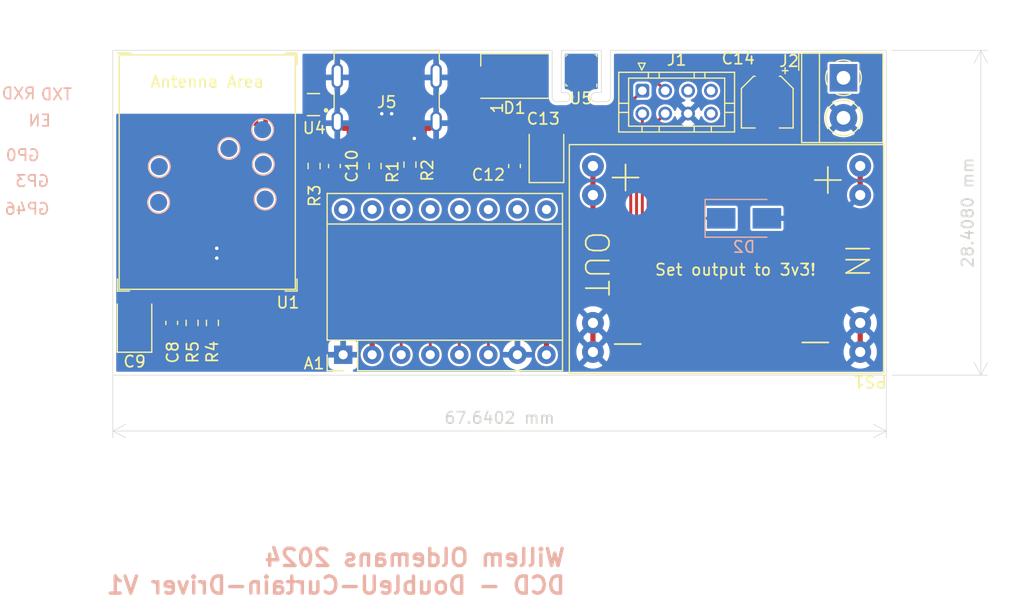
<source format=kicad_pcb>
(kicad_pcb
	(version 20240108)
	(generator "pcbnew")
	(generator_version "8.0")
	(general
		(thickness 1.6)
		(legacy_teardrops no)
	)
	(paper "A4")
	(layers
		(0 "F.Cu" signal)
		(31 "B.Cu" signal)
		(32 "B.Adhes" user "B.Adhesive")
		(33 "F.Adhes" user "F.Adhesive")
		(34 "B.Paste" user)
		(35 "F.Paste" user)
		(36 "B.SilkS" user "B.Silkscreen")
		(37 "F.SilkS" user "F.Silkscreen")
		(38 "B.Mask" user)
		(39 "F.Mask" user)
		(40 "Dwgs.User" user "User.Drawings")
		(41 "Cmts.User" user "User.Comments")
		(42 "Eco1.User" user "User.Eco1")
		(43 "Eco2.User" user "User.Eco2")
		(44 "Edge.Cuts" user)
		(45 "Margin" user)
		(46 "B.CrtYd" user "B.Courtyard")
		(47 "F.CrtYd" user "F.Courtyard")
		(48 "B.Fab" user)
		(49 "F.Fab" user)
		(50 "User.1" user)
		(51 "User.2" user)
		(52 "User.3" user)
		(53 "User.4" user)
		(54 "User.5" user)
		(55 "User.6" user)
		(56 "User.7" user)
		(57 "User.8" user)
		(58 "User.9" user)
	)
	(setup
		(pad_to_mask_clearance 0)
		(allow_soldermask_bridges_in_footprints no)
		(pcbplotparams
			(layerselection 0x00010fc_ffffffff)
			(plot_on_all_layers_selection 0x0000000_00000000)
			(disableapertmacros no)
			(usegerberextensions no)
			(usegerberattributes yes)
			(usegerberadvancedattributes yes)
			(creategerberjobfile yes)
			(dashed_line_dash_ratio 12.000000)
			(dashed_line_gap_ratio 3.000000)
			(svgprecision 4)
			(plotframeref no)
			(viasonmask no)
			(mode 1)
			(useauxorigin no)
			(hpglpennumber 1)
			(hpglpenspeed 20)
			(hpglpendiameter 15.000000)
			(pdf_front_fp_property_popups yes)
			(pdf_back_fp_property_popups yes)
			(dxfpolygonmode yes)
			(dxfimperialunits yes)
			(dxfusepcbnewfont yes)
			(psnegative no)
			(psa4output no)
			(plotreference yes)
			(plotvalue yes)
			(plotfptext yes)
			(plotinvisibletext no)
			(sketchpadsonfab no)
			(subtractmaskfromsilk no)
			(outputformat 1)
			(mirror no)
			(drillshape 1)
			(scaleselection 1)
			(outputdirectory "")
		)
	)
	(net 0 "")
	(net 1 "/STEP_STP")
	(net 2 "GND")
	(net 3 "/STEP_1A")
	(net 4 "/STEP_EN")
	(net 5 "+3V3")
	(net 6 "unconnected-(D1-DOUT-Pad1)")
	(net 7 "/LED_DATA")
	(net 8 "/STEP_1B")
	(net 9 "/STEP_2A")
	(net 10 "/ENC_1B")
	(net 11 "/ENC_1A")
	(net 12 "unconnected-(A1-MS2-Pad11)")
	(net 13 "/STEP_RST")
	(net 14 "/STEP_2B")
	(net 15 "unconnected-(A1-MS3-Pad12)")
	(net 16 "/STEP_DIR")
	(net 17 "/STEP_SLEEP")
	(net 18 "unconnected-(A1-MS1-Pad10)")
	(net 19 "/USB_N")
	(net 20 "/USB_P")
	(net 21 "+12V")
	(net 22 "/HAL_PULSE")
	(net 23 "/HAL_DIR")
	(net 24 "VBUS")
	(net 25 "unconnected-(U1-IO8-Pad12)")
	(net 26 "unconnected-(U1-IO9-Pad13)")
	(net 27 "unconnected-(U1-IO11-Pad15)")
	(net 28 "unconnected-(U1-IO40-Pad36)")
	(net 29 "unconnected-(U1-IO1-Pad5)")
	(net 30 "unconnected-(U1-IO41-Pad37)")
	(net 31 "unconnected-(U1-IO2-Pad6)")
	(net 32 "unconnected-(U1-IO13-Pad17)")
	(net 33 "unconnected-(U1-IO10-Pad14)")
	(net 34 "unconnected-(U1-IO5-Pad9)")
	(net 35 "unconnected-(U1-IO4-Pad8)")
	(net 36 "unconnected-(U1-IO36-Pad32)")
	(net 37 "/SDA")
	(net 38 "unconnected-(U1-IO26-Pad26)")
	(net 39 "/TXD")
	(net 40 "/SCL")
	(net 41 "unconnected-(U1-IO35-Pad31)")
	(net 42 "unconnected-(U1-IO48-Pad30)")
	(net 43 "/RXD")
	(net 44 "unconnected-(U1-IO34-Pad29)")
	(net 45 "/GPIO0")
	(net 46 "unconnected-(U1-IO39-Pad35)")
	(net 47 "unconnected-(U1-IO38-Pad34)")
	(net 48 "unconnected-(U1-IO47-Pad27)")
	(net 49 "unconnected-(U1-IO37-Pad33)")
	(net 50 "/GPIO46")
	(net 51 "unconnected-(U5-SDO-Pad5)")
	(net 52 "/GPIO3")
	(net 53 "unconnected-(U1-IO12-Pad16)")
	(net 54 "unconnected-(U1-IO45-Pad41)")
	(net 55 "/EN")
	(net 56 "unconnected-(U4-NC-Pad4)")
	(net 57 "unconnected-(U4-INT-Pad2)")
	(net 58 "unconnected-(U1-IO16-Pad20)")
	(net 59 "unconnected-(U1-IO17-Pad21)")
	(net 60 "unconnected-(U1-IO21-Pad25)")
	(net 61 "unconnected-(U1-IO18-Pad22)")
	(net 62 "unconnected-(U1-IO42-Pad38)")
	(net 63 "Net-(J5-CC2)")
	(net 64 "Net-(J5-CC1)")
	(net 65 "unconnected-(J5-SBU2-PadB8)")
	(net 66 "unconnected-(J5-SBU1-PadA8)")
	(footprint "TerminalBlock_4Ucon:TerminalBlock_4Ucon_1x02_P3.50mm_Horizontal" (layer "F.Cu") (at 140.2685 69.756 -90))
	(footprint "Connector_USB:USB_C_Receptacle_Molex_217179" (layer "F.Cu") (at 100.33 70.866 180))
	(footprint "Resistor_SMD:R_0603_1608Metric" (layer "F.Cu") (at 83.312 91.186 -90))
	(footprint "Capacitor_Tantalum_SMD:CP_EIA-3528-21_Kemet-B" (layer "F.Cu") (at 78.28 91.2875 90))
	(footprint "Resistor_SMD:R_0603_1608Metric" (layer "F.Cu") (at 85.09 91.186 -90))
	(footprint "Resistor_SMD:R_0603_1608Metric" (layer "F.Cu") (at 93.98 77.47 -90))
	(footprint "Capacitor_Tantalum_SMD:CP_EIA-3528-21_Kemet-B" (layer "F.Cu") (at 114.3 76.454 90))
	(footprint "Espressif:ESP32-S3-MINI-1" (layer "F.Cu") (at 84.64 80.55))
	(footprint "Capacitor_SMD:C_0603_1608Metric" (layer "F.Cu") (at 111.506 77.47 90))
	(footprint "LED_SMD:LED_SK6812MINI_PLCC4_3.5x3.5mm_P1.75mm" (layer "F.Cu") (at 111.506 69.596))
	(footprint "Package_LGA:Bosch_LGA-8_2.5x2.5mm_P0.65mm_ClockwisePinNumbering" (layer "F.Cu") (at 117.348 69.1 180))
	(footprint "Module:DCDC-WeActStudio 3v3 5A" (layer "F.Cu") (at 130.048 85.598 180))
	(footprint "OptoDevice:Ams_TSL25911FN" (layer "F.Cu") (at 93.9225 72.1 180))
	(footprint "Resistor_SMD:R_0603_1608Metric" (layer "F.Cu") (at 99.314 77.47 -90))
	(footprint "Resistor_SMD:R_0603_1608Metric" (layer "F.Cu") (at 102.362 77.343 90))
	(footprint "Module:Pololu_Breakout-16_15.2x20.3mm" (layer "F.Cu") (at 96.52 93.97 90))
	(footprint "Capacitor_SMD:CP_Elec_4x5.4" (layer "F.Cu") (at 133.604 71.882 -90))
	(footprint "Capacitor_SMD:C_0603_1608Metric" (layer "F.Cu") (at 95.758 77.47 90))
	(footprint "Connector_JST:JST_PHD_B8B-PHDSS_2x04_P2.00mm_Vertical" (layer "F.Cu") (at 122.682 70.882))
	(footprint "Capacitor_SMD:C_0603_1608Metric" (layer "F.Cu") (at 81.534 91.186 90))
	(footprint "TestPoint:TestPoint_Pad_D1.5mm" (layer "B.Cu") (at 89.7 80.36 180))
	(footprint "TestPoint:TestPoint_Pad_D1.5mm" (layer "B.Cu") (at 89.48 74.29 180))
	(footprint "TestPoint:TestPoint_Pad_D1.5mm" (layer "B.Cu") (at 80.39 80.65 180))
	(footprint "Diode_SMD:D_SMA" (layer "B.Cu") (at 131.572 82.042))
	(footprint "TestPoint:TestPoint_Pad_D1.5mm" (layer "B.Cu") (at 80.44 77.52 180))
	(footprint "TestPoint:TestPoint_Pad_D1.5mm" (layer "B.Cu") (at 89.54 77.31 180))
	(footprint "TestPoint:TestPoint_Pad_D1.5mm" (layer "B.Cu") (at 86.53 75.93 180))
	(gr_line
		(start 144.018 95.758)
		(end 144.018 67.35)
		(stroke
			(width 0.05)
			(type default)
		)
		(layer "Edge.Cuts")
		(uuid "0f7381b7-9019-412a-9444-8c5ab05ff073")
	)
	(gr_line
		(start 76.3778 95.758)
		(end 144.018 95.758)
		(stroke
			(width 0.05)
			(type default)
		)
		(layer "Edge.Cuts")
		(uuid "1662b304-e5c6-4323-91a8-01b4a835ff87")
	)
	(gr_arc
		(start 118.598 71.845135)
		(mid 118.197965 71.4451)
		(end 118.598 71.045135)
		(stroke
			(width 0.05)
			(type default)
		)
		(layer "Edge.Cuts")
		(uuid "4b7ee41c-be1c-401f-8f1b-c54600f5395c")
	)
	(gr_line
		(start 76.3778 95.758)
		(end 76.3778 67.35)
		(stroke
			(width 0.05)
			(type default)
		)
		(layer "Edge.Cuts")
		(uuid "5c8b505a-bb7c-4a18-ba43-9b59b6ee1373")
	)
	(gr_line
		(start 114.798 67.35)
		(end 114.798 71.45)
		(stroke
			(width 0.05)
			(type default)
		)
		(layer "Edge.Cuts")
		(uuid "5fa47b71-a98b-49f9-b5c7-34d7664f4bd8")
	)
	(gr_line
		(start 118.598 71.045135)
		(end 119.098 71.045135)
		(stroke
			(width 0.05)
			(type default)
		)
		(layer "Edge.Cuts")
		(uuid "648599f2-2b23-4307-b762-0b429b695dac")
	)
	(gr_arc
		(start 119.898 71.395135)
		(mid 119.798377 71.69998)
		(end 119.51238 71.845135)
		(stroke
			(width 0.05)
			(type default)
		)
		(layer "Edge.Cuts")
		(uuid "82275471-905d-4044-a11d-3c6cf41553bc")
	)
	(gr_line
		(start 119.098 67.35)
		(end 115.598 67.35)
		(stroke
			(width 0.05)
			(type default)
		)
		(layer "Edge.Cuts")
		(uuid "87762eea-8a93-43a4-8527-10d84353c24f")
	)
	(gr_line
		(start 119.898 67.35)
		(end 119.898 71.395135)
		(stroke
			(width 0.05)
			(type default)
		)
		(layer "Edge.Cuts")
		(uuid "9c9dc1f0-6a8c-4992-9c81-4d958a0a00a6")
	)
	(gr_line
		(start 119.51238 71.845135)
		(end 118.598 71.845135)
		(stroke
			(width 0.05)
			(type default)
		)
		(layer "Edge.Cuts")
		(uuid "a49d1697-385c-458f-b251-5856b15fe259")
	)
	(gr_line
		(start 115.948 71.05)
		(end 115.598 71.05)
		(stroke
			(width 0.05)
			(type default)
		)
		(layer "Edge.Cuts")
		(uuid "a94fab12-5ec2-4037-aebd-4f1c0870ad7a")
	)
	(gr_line
		(start 115.198 71.85)
		(end 115.948 71.85)
		(stroke
			(width 0.05)
			(type default)
		)
		(layer "Edge.Cuts")
		(uuid "afbea572-0c78-4b71-80ed-28b8e05b4b2a")
	)
	(gr_line
		(start 119.098 71.045135)
		(end 119.098 67.35)
		(stroke
			(width 0.05)
			(type default)
		)
		(layer "Edge.Cuts")
		(uuid "d3b01630-3053-4b8a-b9a3-1bbb69df3a69")
	)
	(gr_line
		(start 115.598 71.05)
		(end 115.598 67.35)
		(stroke
			(width 0.05)
			(type default)
		)
		(layer "Edge.Cuts")
		(uuid "d4025406-da3a-4422-8923-c2b53184d6dd")
	)
	(gr_arc
		(start 115.948 71.05)
		(mid 116.348 71.45)
		(end 115.948 71.85)
		(stroke
			(width 0.05)
			(type default)
		)
		(layer "Edge.Cuts")
		(uuid "e0874d3a-705a-4cdb-9f3f-8e4b478b270b")
	)
	(gr_arc
		(start 115.198 71.85)
		(mid 114.915157 71.732843)
		(end 114.798 71.45)
		(stroke
			(width 0.05)
			(type default)
		)
		(layer "Edge.Cuts")
		(uuid "e7377db4-ceaa-490c-a8ac-1b4738ecf95d")
	)
	(gr_line
		(start 144.018 67.35)
		(end 119.898 67.35)
		(stroke
			(width 0.05)
			(type default)
		)
		(layer "Edge.Cuts")
		(uuid "f6090eff-e4a4-4db1-9ef0-e9d1062fbeed")
	)
	(gr_line
		(start 114.798 67.35)
		(end 76.3778 67.35)
		(stroke
			(width 0.05)
			(type default)
		)
		(layer "Edge.Cuts")
		(uuid "fcc46d19-eb6e-4661-977e-1eb5f98f68f6")
	)
	(gr_text "GP3"
		(at 70.92 79.37 0)
		(layer "B.SilkS")
		(uuid "253f2731-eae8-43aa-accd-60e1f21b657e")
		(effects
			(font
				(size 1 1)
				(thickness 0.15)
			)
			(justify left bottom mirror)
		)
	)
	(gr_text "EN"
		(at 71.06 74.08 0)
		(layer "B.SilkS")
		(uuid "29186518-a9c5-4625-a69f-da1f3e4673fb")
		(effects
			(font
				(size 1 1)
				(thickness 0.15)
			)
			(justify left bottom mirror)
		)
	)
	(gr_text "RXD"
		(at 69.72 71.71 0)
		(layer "B.SilkS")
		(uuid "2e1c65ac-14bc-4cfc-96b7-e177616bb8f0")
		(effects
			(font
				(size 1 1)
				(thickness 0.15)
			)
			(justify left bottom mirror)
		)
	)
	(gr_text "Willem Oldemans 2024\nDCD - DoubleU-Curtain-Driver V1"
		(at 116.08 115.01 0)
		(layer "B.SilkS")
		(uuid "931c8843-ce7c-437f-bc10-eb2990d45165")
		(effects
			(font
				(size 1.5 1.5)
				(thickness 0.3)
				(bold yes)
			)
			(justify left bottom mirror)
		)
	)
	(gr_text "TXD"
		(at 72.9 71.79 0)
		(layer "B.SilkS")
		(uuid "b676bcf0-a8f3-48ef-8e43-48f3fa205fa8")
		(effects
			(font
				(size 1 1)
				(thickness 0.15)
			)
			(justify left bottom mirror)
		)
	)
	(gr_text "GP46"
		(at 70.94 81.8 0)
		(layer "B.SilkS")
		(uuid "c9da57b4-cff0-4e19-a2e0-2db35238056c")
		(effects
			(font
				(size 1 1)
				(thickness 0.15)
			)
			(justify left bottom mirror)
		)
	)
	(gr_text "GP0"
		(at 70.08 77.11 0)
		(layer "B.SilkS")
		(uuid "ed648e87-ad8c-4fc7-ac5a-1c46fdd80808")
		(effects
			(font
				(size 1 1)
				(thickness 0.15)
			)
			(justify left bottom mirror)
		)
	)
	(dimension
		(type aligned)
		(layer "Edge.Cuts")
		(uuid "446f9656-57d9-44c9-8c67-739f5069f7b2")
		(pts
			(xy 76.3778 95.35) (xy 144.018 95.35)
		)
		(height 5.289999)
		(gr_text "2663.0000 mils"
			(at 110.1979 99.489999 0)
			(layer "Edge.Cuts")
			(uuid "446f9656-57d9-44c9-8c67-739f5069f7b2")
			(effects
				(font
					(size 1 1)
					(thickness 0.15)
				)
			)
		)
		(format
			(prefix "")
			(suffix "")
			(units 3)
			(units_format 1)
			(precision 4)
		)
		(style
			(thickness 0.05)
			(arrow_length 1.27)
			(text_position_mode 0)
			(extension_height 0.58642)
			(extension_offset 0.5) keep_text_aligned)
	)
	(dimension
		(type aligned)
		(layer "Edge.Cuts")
		(uuid "4c08de21-ceeb-4f2b-b74e-460e3fbadb7c")
		(pts
			(xy 144.018 95.758) (xy 144.018 67.35)
		)
		(height 8.26)
		(gr_text "1118.4252 mils"
			(at 151.128 81.554 90)
			(layer "Edge.Cuts")
			(uuid "4c08de21-ceeb-4f2b-b74e-460e3fbadb7c")
			(effects
				(font
					(size 1 1)
					(thickness 0.15)
				)
			)
		)
		(format
			(prefix "")
			(suffix "")
			(units 3)
			(units_format 1)
			(precision 4)
		)
		(style
			(thickness 0.05)
			(arrow_length 1.27)
			(text_position_mode 0)
			(extension_height 0.58642)
			(extension_offset 0.5) keep_text_aligned)
	)
	(segment
		(start 141.732 91.186)
		(end 141.732 93.726)
		(width 0.4572)
		(layer "F.Cu")
		(net 2)
		(uuid "03ec1571-7bcb-41c0-a87c-556526bc2b2e")
	)
	(segment
		(start 96.584999 74.169199)
		(end 96.01 73.5942)
		(width 0.4572)
		(layer "F.Cu")
		(net 2)
		(uuid "3644e35f-8311-4803-a52f-a7502e5c1740")
	)
	(segment
		(start 104.075001 74.169199)
		(end 104.65 73.5942)
		(width 0.4572)
		(layer "F.Cu")
		(net 2)
		(uuid "466a86ef-8450-4c71-9046-d48042cc9742")
	)
	(segment
		(start 118.364 91.186)
		(end 118.364 93.726)
		(width 0.4572)
		(layer "F.Cu")
		(net 2)
		(uuid "5fdaa4f7-138e-42cd-86c4-b3d6a22aaac5")
	)
	(segment
		(start 97.130001 74.169199)
		(end 96.584999 74.169199)
		(width 0.4572)
		(layer "F.Cu")
		(net 2)
		(uuid "630bc979-2aff-4e0e-a371-5fcf6d3322b4")
	)
	(segment
		(start 103.530001 74.169199)
		(end 104.075001 74.169199)
		(width 0.4572)
		(layer "F.Cu")
		(net 2)
		(uuid "6405888b-544f-45f7-9663-823ad3e20e2e")
	)
	(segment
		(start 105.6894 87.8586)
		(end 104.14 89.408)
		(width 0.254)
		(layer "F.Cu")
		(net 3)
		(uuid "1ab8c1cb-a678-49c3-9a1b-6e1489e42cdf")
	)
	(segment
		(start 122.174 73.689502)
		(end 122.174 86.868)
		(width 0.254)
		(layer "F.Cu")
		(net 3)
		(uuid "3147017c-ad53-41f9-a18d-93842138f392")
	)
	(segment
		(start 121.1834 87.8586)
		(end 105.6894 87.8586)
		(width 0.254)
		(layer "F.Cu")
		(net 3)
		(uuid "44b80433-fa00-45e3-b989-27669bb4fe3d")
	)
	(segment
		(start 121.7518 71.8122)
		(end 121.7518 73.267302)
		(width 0.254)
		(layer "F.Cu")
		(net 3)
		(uuid "455b120c-1680-48e6-b401-5b828ffad958")
	)
	(segment
		(start 104.14 89.408)
		(end 104.14 93.97)
		(width 0.254)
		(layer "F.Cu")
		(net 3)
		(uuid "614f31a7-4126-4bff-91f2-d2df750c1366")
	)
	(segment
		(start 122.682 70.882)
		(end 121.7518 71.8122)
		(width 0.254)
		(layer "F.Cu")
		(net 3)
		(uuid "629a0650-90dc-4df0-9c59-47c78ffc685d")
	)
	(segment
		(start 122.174 86.868)
		(end 121.1834 87.8586)
		(width 0.254)
		(layer "F.Cu")
		(net 3)
		(uuid "774ca854-34ee-43f4-b12c-eb994adb592e")
	)
	(segment
		(start 121.7518 73.267302)
		(end 122.174 73.689502)
		(width 0.254)
		(layer "F.Cu")
		(net 3)
		(uuid "a8cce4e1-f248-48d5-9ab3-66c9a4fb65be")
	)
	(segment
		(start 99.06 93.97)
		(end 99.06 88.519)
		(width 0.4572)
		(layer "F.Cu")
		(net 5)
		(uuid "3ae01e52-ac9f-43b3-b03c-6ba48d0c8b8c")
	)
	(segment
		(start 118.364 85.598)
		(end 118.364 80.01)
		(width 0.4572)
		(layer "F.Cu")
		(net 5)
		(uuid "719338d2-a862-4078-b258-2066570dd8ce")
	)
	(segment
		(start 100.965 86.614)
		(end 117.348 86.614)
		(width 0.4572)
		(layer "F.Cu")
		(net 5)
		(uuid "73a91578-bad6-4482-9fb4-9c85e86e2563")
	)
	(segment
		(start 99.06 88.519)
		(end 100.965 86.614)
		(width 0.4572)
		(layer "F.Cu")
		(net 5)
		(uuid "8521c65b-c6b2-4c63-8218-88d2a6e8dff9")
	)
	(segment
		(start 117.348 86.614)
		(end 118.364 85.598)
		(width 0.4572)
		(layer "F.Cu")
		(net 5)
		(uuid "9247f91e-1667-473d-aa14-41e1cd52b7da")
	)
	(segment
		(start 118.364 77.47)
		(end 118.364 80.01)
		(width 0.4572)
		(layer "F.Cu")
		(net 5)
		(uuid "b9d53898-0ca9-477e-878b-8cda5dbefc1f")
	)
	(segment
		(start 121.666 86.487)
		(end 120.7516 87.4014)
		(width 0.254)
		(layer "F.Cu")
		(net 8)
		(uuid "0dc67884-df60-495f-949c-b5e21b7ccd51")
	)
	(segment
		(start 121.2946 70.741946)
		(end 121.2946 73.45668)
		(width 0.254)
		(layer "F.Cu")
		(net 8)
		(uuid "1c9de0cb-fe5e-49d1-bb76-f8e655829b37")
	)
	(segment
		(start 123.7518 69.9518)
		(end 122.084746 69.9518)
		(width 0.254)
		(layer "F.Cu")
		(net 8)
		(uuid "231e0f29-66c4-4f38-b50f-e81f3ad05e57")
	)
	(segment
		(start 122.084746 69.9518)
		(end 121.2946 70.741946)
		(width 0.254)
		(layer "F.Cu")
		(net 8)
		(uuid "287468f7-eeff-4af8-b593-a2cc7634ee6c")
	)
	(segment
		(start 124.682 70.882)
		(end 123.7518 69.9518)
		(width 0.254)
		(layer "F.Cu")
		(net 8)
		(uuid "2b196554-ee0f-4bf9-8a68-ee16657c1c93")
	)
	(segment
		(start 120.7516 87.4014)
		(end 102.8446 87.4014)
		(width 0.254)
		(layer "F.Cu")
		(net 8)
		(uuid "2f7d9023-1278-4fcd-8042-f1155df8f5ad")
	)
	(segment
		(start 121.2946 73.45668)
		(end 121.666 73.82808)
		(width 0.254)
		(layer "F.Cu")
		(net 8)
		(uuid "44dc6eef-b2d4-4e7f-89a8-514dd130a483")
	)
	(segment
		(start 121.666 73.82808)
		(end 121.666 86.487)
		(width 0.254)
		(layer "F.Cu")
		(net 8)
		(uuid "ba72a2cf-3572-4f06-ba51-43bbcb397346")
	)
	(segment
		(start 101.6 88.646)
		(end 101.6 93.97)
		(width 0.254)
		(layer "F.Cu")
		(net 8)
		(uuid "c9c8101d-2a0d-4074-b6d7-94ef14b08528")
	)
	(segment
		(start 102.8446 87.4014)
		(end 101.6 88.646)
		(width 0.254)
		(layer "F.Cu")
		(net 8)
		(uuid "df888ef7-d621-49f4-89ed-1dd7ff10ad3e")
	)
	(segment
		(start 107.0102 88.3158)
		(end 121.7422 88.3158)
		(width 0.254)
		(layer "F.Cu")
		(net 9)
		(uuid "51749e91-23a8-4624-91fa-d087f4d14631")
	)
	(segment
		(start 106.68 93.97)
		(end 106.68 88.646)
		(width 0.254)
		(layer "F.Cu")
		(net 9)
		(uuid "80f3d12d-6716-4458-a4ff-888829f9ed70")
	)
	(segment
		(start 121.7422 88.3158)
		(end 122.682 87.376)
		(width 0.254)
		(layer "F.Cu")
		(net 9)
		(uuid "8feb040f-44bf-4c0a-adc5-dfd7b7957d93")
	)
	(segment
		(start 106.68 88.646)
		(end 107.0102 88.3158)
		(width 0.254)
		(layer "F.Cu")
		(net 9)
		(uuid "9651af84-4a51-4157-9e2f-e5ec59eb07b6")
	)
	(segment
		(start 122.682 87.376)
		(end 122.682 72.882)
		(width 0.254)
		(layer "F.Cu")
		(net 9)
		(uuid "f582a955-c593-485a-be34-32940ccc8c86")
	)
	(segment
		(start 110.236 88.773)
		(end 109.22 89.789)
		(width 0.254)
		(layer "F.Cu")
		(net 14)
		(uuid "0fcfc0ac-f05e-48a0-80b3-6120ac48a6fe")
	)
	(segment
		(start 124.682 72.882)
		(end 123.19 74.374)
		(width 0.254)
		(layer "F.Cu")
		(net 14)
		(uuid "536d11a6-8dcf-4d1f-914f-af1da5a39385")
	)
	(segment
		(start 123.19 74.374)
		(end 123.19 87.63)
		(width 0.254)
		(layer "F.Cu")
		(net 14)
		(uuid "978ebf83-0713-4319-a26e-1b79c626186c")
	)
	(segment
		(start 122.047 88.773)
		(end 110.236 88.773)
		(width 0.254)
		(layer "F.Cu")
		(net 14)
		(uuid "b554fee1-591e-4bad-9f49-603061a68a4f")
	)
	(segment
		(start 123.19 87.63)
		(end 122.047 88.773)
		(width 0.254)
		(layer "F.Cu")
		(net 14)
		(uuid "bef11478-0a47-4fbd-b529-b0acc5d533cc")
	)
	(segment
		(start 109.22 89.789)
		(end 109.22 93.97)
		(width 0.254)
		(layer "F.Cu")
		(net 14)
		(uuid "e7543ec0-3082-43e5-8552-4452638ee0c8")
	)
	(segment
		(start 84.64 86.8354)
		(end 84.64 87.55)
		(width 0.2032)
		(layer "F.Cu")
		(net 19)
		(uuid "081256f3-16f1-4001-8c69-23ea201df3d4")
	)
	(segment
		(start 100.101399 74.2748)
		(end 100.101399 73.101199)
		(width 0.2032)
		(layer "F.Cu")
		(net 19)
		(uuid "1e629443-055a-4e7a-b12d-117d14fe685d")
	)
	(segment
		(start 100.838 75.438)
		(end 100.33 75.438)
		(width 0.2032)
		(layer "F.Cu")
		(net 19)
		(uuid "2bf7b0d8-0a60-420a-b279-7fc8ed4efb1a")
	)
	(segment
		(start 101.07994 75.19606)
		(end 100.838 75.438)
		(width 0.2032)
		(layer "F.Cu")
		(net 19)
		(uuid "3f917efc-30d5-47ff-a1bf-a1e5146b1812")
	)
	(segment
		(start 84.7344 85.3948)
		(end 84.7344 86.741)
		(width 0.2032)
		(layer "F.Cu")
		(net 19)
		(uuid "476fa9e1-6904-413e-9824-2ff691329116")
	)
	(segment
		(start 84.7344 86.741)
		(end 84.64 86.8354)
		(width 0.2032)
		(layer "F.Cu")
		(net 19)
		(uuid "7ac1b59f-6663-4e8b-be4e-0e4c2c6f0f5e")
	)
	(segment
		(start 100.08 75.18)
		(end 100.08 74.296199)
		(width 0.2032)
		(layer "F.Cu")
		(net 19)
		(uuid "a98e4284-fb2c-4866-a976-1d1ff3a9f044")
	)
	(segment
		(start 101.07994 74.296199)
		(end 101.07994 75.19606)
		(width 0.2032)
		(layer "F.Cu")
		(net 19)
		(uuid "af215cfb-682e-45c0-8b7f-d6a1e21b8354")
	)
	(segment
		(start 85.471 84.6582)
		(end 84.7344 85.3948)
		(width 0.2032)
		(layer "F.Cu")
		(net 19)
		(uuid "c627c95e-f0cc-48eb-8c3b-e53e1e76b1fb")
	)
	(segment
		(start 100.101399 73.101199)
		(end 99.8982 72.898)
		(width 0.2032)
		(layer "F.Cu")
		(net 19)
		(uuid "c7511a7b-7eef-42f7-84d5-210815bb8dcf")
	)
	(segment
		(start 100.076 75.184)
		(end 100.08 75.18)
		(width 0.2032)
		(layer "F.Cu")
		(net 19)
		(uuid "d8ca0dfe-50f0-4723-ac7a-b4d1b4ef6c09")
	)
	(segment
		(start 100.08 74.296199)
		(end 100.101399 74.2748)
		(width 0.2032)
		(layer "F.Cu")
		(net 19)
		(uuid "e211e3f5-6dc1-4e90-8eda-80a9407fe6fc")
	)
	(segment
		(start 100.33 75.438)
		(end 100.076 75.184)
		(width 0.2032)
		(layer "F.Cu")
		(net 19)
		(uuid "fa1e9ab3-c783-4185-9300-42f8d127029a")
	)
	(via
		(at 99.8982 72.898)
		(size 0.6096)
		(drill 0.3048)
		(layers "F.Cu" "B.Cu")
		(net 19)
		(uuid "3db93d21-22d3-4b20-8f94-6bac5f028c90")
	)
	(via
		(at 85.471 84.6582)
		(size 0.6096)
		(drill 0.3048)
		(layers "F.Cu" "B.Cu")
		(net 19)
		(uuid "773e5c37-5a7c-4ea9-8ab1-ebb0a19c5b8c")
	)
	(segment
		(start 85.851999 84.861399)
		(end 85.674199 84.861399)
		(width 0.2032)
		(layer "B.Cu")
		(net 19)
		(uuid "1807988a-d2e1-493c-b7fd-9e81dd9ac1c2")
	)
	(segment
		(start 87.78931 84.8614)
		(end 85.852 84.8614)
		(width 0.2032)
		(layer "B.Cu")
		(net 19)
		(uuid "18e6029b-514d-42d2-a992-b663388ad08e")
	)
	(segment
		(start 94.26631 78.3844)
		(end 87.78931 84.8614)
		(width 0.2032)
		(layer "B.Cu")
		(net 19)
		(uuid "4dd529da-21f3-49e6-9c66-d6549650e544")
	)
	(segment
		(start 85.852 84.8614)
		(end 85.851999 84.861399)
		(width 0.2032)
		(layer "B.Cu")
		(net 19)
		(uuid "5225641b-50df-4b57-9400-0626c500e7a3")
	)
	(segment
		(start 99.8982 72.898)
		(end 100.101399 73.101199)
		(width 0.2032)
		(layer "B.Cu")
		(net 19)
		(uuid "87fc1c6a-0a49-41fc-89e3-9a005c8ba927")
	)
	(segment
		(start 100.101399 77.756311)
		(end 99.47331 78.3844)
		(width 0.2032)
		(layer "B.Cu")
		(net 19)
		(uuid "8b0dae28-90ad-4b8a-943d-86c83c4a766a")
	)
	(segment
		(start 100.101399 73.101199)
		(end 100.101399 77.756311)
		(width 0.2032)
		(layer "B.Cu")
		(net 19)
		(uuid "b4219078-42b1-42ef-8172-ee7eb0dc204e")
	)
	(segment
		(start 85.674199 84.861399)
		(end 85.471 84.6582)
		(width 0.2032)
		(layer "B.Cu")
		(net 19)
		(uuid "cd53747f-013c-404d-bd1e-8dcb96797728")
	)
	(segment
		(start 99.47331 78.3844)
		(end 94.26631 78.3844)
		(width 0.2032)
		(layer "B.Cu")
		(net 19)
		(uuid "ed9daf54-c28f-43f2-9164-e1722f0e1315")
	)
	(segment
		(start 85.1916 85.584179)
		(end 85.1916 86.741)
		(width 0.2032)
		(layer "F.Cu")
		(net 20)
		(uuid "02524065-ca12-4ca6-b126-59b1ebbbe34a")
	)
	(segment
		(start 100.1522 72.2884)
		(end 99.5426 72.2884)
		(width 0.2032)
		(layer "F.Cu")
		(net 20)
		(uuid "030cdf74-f44f-4efb-99ef-81efbab23c3c")
	)
	(segment
		(start 99.2886 73.2536)
		(end 99.579941 73.544941)
		(width 0.2032)
		(layer "F.Cu")
		(net 20)
		(uuid "19f7420b-bb02-4462-8681-b9e25e114fc0")
	)
	(segment
		(start 99.579941 73.544941)
		(end 99.579941 74.296199)
		(width 0.2032)
		(layer "F.Cu")
		(net 20)
		(uuid "27f3b0ea-c9bc-4a7c-959a-36298dfc0da3")
	)
	(segment
		(start 100.7618 72.898)
		(end 100.1522 72.2884)
		(width 0.2032)
		(layer "F.Cu")
		(net 20)
		(uuid "373df227-40bf-4183-b6ed-5fd1141201e7")
	)
	(segment
		(start 85.471 85.5218)
		(end 85.253979 85.5218)
		(width 0.2032)
		(layer "F.Cu")
		(net 20)
		(uuid "5259c66e-9a1b-407d-86ae-111a6bead1f5")
	)
	(segment
		(start 99.2886 72.5424)
		(end 99.2886 73.2536)
		(width 0.2032)
		(layer "F.Cu")
		(net 20)
		(uuid "5f099a5f-965c-4a63-b805-81455c45b65e")
	)
	(segment
		(start 99.5426 72.2884)
		(end 99.2886 72.5424)
		(width 0.2032)
		(layer "F.Cu")
		(net 20)
		(uuid "6cd7cb52-f85b-462a-a98d-5b80c7736d9a")
	)
	(segment
		(start 85.253979 85.5218)
		(end 85.1916 85.584179)
		(width 0.2032)
		(layer "F.Cu")
		(net 20)
		(uuid "6d7bf1d1-e6b7-4f1e-9031-4438ef82fd48")
	)
	(segment
		(start 85.49 87.0394)
		(end 85.1916 86.741)
		(width 0.2032)
		(layer "F.Cu")
		(net 20)
		(uuid "6e7c9a30-8c1d-4c51-bec3-ed225613a549")
	)
	(segment
		(start 100.58 74.296199)
		(end 100.558601 74.2748)
		(width 0.2032)
		(layer "F.Cu")
		(net 20)
		(uuid "92200a72-ed4f-4146-9777-969d867a250e")
	)
	(segment
		(start 100.558601 74.2748)
		(end 100.558601 73.101199)
		(width 0.2032)
		(layer "F.Cu")
		(net 20)
		(uuid "c0ff29a5-e9b0-4238-973f-f09f46dcadb3")
	)
	(segment
		(start 100.558601 73.101199)
		(end 100.7618 72.898)
		(width 0.2032)
		(layer "F.Cu")
		(net 20)
		(uuid "ee7f337f-8db2-4be2-910d-463a2db8b51a")
	)
	(segment
		(start 85.49 87.55)
		(end 85.49 87.0394)
		(width 0.2032)
		(layer "F.Cu")
		(net 20)
		(uuid "fba24471-f63d-444a-9411-a72a82f47b24")
	)
	(via
		(at 85.471 85.5218)
		(size 0.6096)
		(drill 0.3048)
		(layers "F.Cu" "B.Cu")
		(net 20)
		(uuid "539b5e3f-f190-4696-8115-c2a78e9fbdfd")
	)
	(via
		(at 100.7618 72.898)
		(size 0.6096)
		(drill 0.3048)
		(layers "F.Cu" "B.Cu")
		(net 20)
		(uuid "ae5a0810-a55f-47b9-bf1e-93e838729a8f")
	)
	(segment
		(start 100.7618 72.898)
		(end 100.558601 73.101199)
		(width 0.2032)
		(layer "B.Cu")
		(net 20)
		(uuid "48207200-fd4c-4656-a311-8eef3e7262f6")
	)
	(segment
		(start 99.66269 78.8416)
		(end 94.45569 78.8416)
		(width 0.2032)
		(layer "B.Cu")
		(net 20)
		(uuid "8b6823d6-5d75-41b2-9074-f704470588b1")
	)
	(segment
		(start 85.852 85.3186)
		(end 85.851999 85.318601)
		(width 0.2032)
		(layer "B.Cu")
		(net 20)
		(uuid "9156e5c5-4c71-401d-9cf2-aaf8b5ba5dbd")
	)
	(segment
		(start 85.851999 85.318601)
		(end 85.674199 85.318601)
		(width 0.2032)
		(layer "B.Cu")
		(net 20)
		(uuid "98b9f630-e8e1-4c19-872d-93b9bdbd31de")
	)
	(segment
		(start 87.97869 85.3186)
		(end 85.852 85.3186)
		(width 0.2032)
		(layer "B.Cu")
		(net 20)
		(uuid "9ffec8d4-4f50-4c3d-badd-db853472a141")
	)
	(segment
		(start 94.45569 78.8416)
		(end 87.97869 85.3186)
		(width 0.2032)
		(layer "B.Cu")
		(net 20)
		(uuid "a0dfa4f8-6b94-4f2b-a40a-d55411b7f2b8")
	)
	(segment
		(start 100.558601 77.945689)
		(end 99.66269 78.8416)
		(width 0.2032)
		(layer "B.Cu")
		(net 20)
		(uuid "ab9ec776-f5e4-4930-a2fd-56325688260f")
	)
	(segment
		(start 85.674199 85.318601)
		(end 85.471 85.5218)
		(width 0.2032)
		(layer "B.Cu")
		(net 20)
		(uuid "b59d8569-8030-4cd7-b14b-c26c2fd7a9f6")
	)
	(segment
		(start 100.558601 73.101199)
		(end 100.558601 77.945689)
		(width 0.2032)
		(layer "B.Cu")
		(net 20)
		(uuid "be5707f9-94b4-4de7-9dae-198f8130da85")
	)
	(segment
		(start 141.732 77.47)
		(end 141.732 80.01)
		(width 0.4572)
		(layer "F.Cu")
		(net 21)
		(uuid "0353ecc3-bc6f-4a20-a4e2-f8c57e74e830")
	)
	(segment
		(start 115.189 89.408)
		(end 114.3 90.297)
		(width 0.4572)
		(layer "F.Cu")
		(net 21)
		(uuid "6499d359-f603-48e7-9d09-2bfa5b1da359")
	)
	(segment
		(start 114.3 90.297)
		(end 114.3 93.97)
		(width 0.4572)
		(layer "F.Cu")
		(net 21)
		(uuid "6c988107-41f5-42d6-b69d-62dedf46333a")
	)
	(segment
		(start 141.732 80.01)
		(end 132.334 89.408)
		(width 0.4572)
		(layer "F.Cu")
		(net 21)
		(uuid "81d24cb5-282d-4bb5-aae3-5dac4895cc42")
	)
	(segment
		(start 132.334 89.408)
		(end 115.189 89.408)
		(width 0.4572)
		(layer "F.Cu")
		(net 21)
		(uuid "d589f73e-99fa-4fb3-b1c6-3a5eb792b1ba")
	)
	(segment
		(start 133.572 82.042)
		(end 139.7 82.042)
		(width 0.4572)
		(layer "B.Cu")
		(net 21)
		(uuid "4201d9bb-796f-4ccd-9444-3f181fbeb150")
	)
	(segment
		(start 139.7 82.042)
		(end 141.732 80.01)
		(width 0.4572)
		(layer "B.Cu")
		(net 21)
		(uuid "a1f6522f-b8c0-4911-9b8f-e66611b13867")
	)
	(segment
		(start 102.73 71.615)
		(end 102.73 74.169199)
		(width 0.254)
		(layer "F.Cu")
		(net 24)
		(uuid "296f6f4b-bb68-47d2-bfa3-4d612ede446e")
	)
	(segment
		(start 102.73 74.169199)
		(end 102.73 75.044)
		(width 0.254)
		(layer "F.Cu")
		(net 24)
		(uuid "2db1da27-85e6-4576-9501-96657dcd6e0c")
	)
	(segment
		(start 98.298 71.247)
		(end 102.362 71.247)
		(width 0.254)
		(layer "F.Cu")
		(net 24)
		(uuid "35ee5db1-0f4e-413d-b017-dd253d378701")
	)
	(segment
		(start 97.93 74.169199)
		(end 97.93 71.615)
		(width 0.254)
		(layer "F.Cu")
		(net 24)
		(uuid "8b69817f-9a09-4003-bec0-c35006b417e5")
	)
	(segment
		(start 102.73 75.044)
		(end 102.743 75.057)
		(width 0.254)
		(layer "F.Cu")
		(net 24)
		(uuid "a8a04c09-9962-423c-ad41-1f44158cdfaf")
	)
	(segment
		(start 97.93 71.615)
		(end 98.298 71.247)
		(width 0.254)
		(layer "F.Cu")
		(net 24)
		(uuid "d984c4b4-2669-43fb-a426-d2bdc0ccbaf1")
	)
	(segment
		(start 102.362 71.247)
		(end 102.73 71.615)
		(width 0.254)
		(layer "F.Cu")
		(net 24)
		(uuid "f140298e-d7bd-4c79-b111-db0e66d6df72")
	)
	(via
		(at 102.743 75.057)
		(size 0.6096)
		(drill 0.3048)
		(layers "F.Cu" "B.Cu")
		(net 24)
		(uuid "a80e16d6-4be2-44b6-b993-8e296c2a7358")
	)
	(segment
		(start 127.254 82.042)
		(end 129.572 82.042)
		(width 0.254)
		(layer "B.Cu")
		(net 24)
		(uuid "e7ec0eae-caab-4832-9958-11624f9490fd")
	)
	(segment
		(start 99.314 75.692)
		(end 99.314 76.645)
		(width 0.254)
		(layer "F.Cu")
		(net 63)
		(uuid "3c393a45-69d7-4883-8497-e4f745652feb")
	)
	(segment
		(start 101.58 74.91)
		(end 102.362 75.692)
		(width 0.254)
		(layer "F.Cu")
		(net 63)
		(uuid "78913a4e-be2b-47ba-ad55-799d3ba37878")
	)
	(segment
		(start 98.57994 74.296199)
		(end 98.57994 74.95794)
		(width 0.254)
		(layer "F.Cu")
		(net 63)
		(uuid "7bf31542-d6ce-493c-b475-74b10fda42e9")
	)
	(segment
		(start 101.58 74.296199)
		(end 101.58 74.91)
		(width 0.254)
		(layer "F.Cu")
		(net 63)
		(uuid "8b86149e-b1e6-4cc5-8807-2d7f8fff953b")
	)
	(segment
		(start 102.362 75.692)
		(end 102.362 76.518)
		(width 0.254)
		(layer "F.Cu")
		(net 63)
		(uuid "aa4d114e-bbe0-477c-b0f1-a4c3643bd5e0")
	)
	(segment
		(start 98.57994 74.95794)
		(end 99.314 75.692)
		(width 0.254)
		(layer "F.Cu")
		(net 63)
		(uuid "f7343c1c-fd28-4166-8d24-55fb4abc2856")
	)
	(zone
		(net 2)
		(net_name "GND")
		(layer "B.Cu")
		(uuid "3f74a500-bfbe-4973-9b98-932fe0716b16")
		(hatch edge 0.5)
		(connect_pads thru_hole_only
			(clearance 0.127)
		)
		(min_thickness 0.2032)
		(filled_areas_thickness no)
		(fill yes
			(thermal_gap 0.5)
			(thermal_bridge_width 0.5)
		)
		(polygon
			(pts
				(xy 92.964 67.056) (xy 145.034 66.802) (xy 144.78 96.266) (xy 75.692 96.012) (xy 75.692 72.898)
				(xy 92.964 72.898)
			)
		)
		(filled_polygon
			(layer "B.Cu")
			(pts
				(xy 114.456031 67.669713) (xy 114.492576 67.720013) (xy 114.4975 67.7511) (xy 114.4975 71.402405)
				(xy 114.4975 71.45) (xy 114.4975 71.518993) (xy 114.500917 71.53617) (xy 114.52442 71.65433) (xy 114.577223 71.781807)
				(xy 114.577224 71.78181) (xy 114.600196 71.81619) (xy 114.653886 71.896542) (xy 114.751458 71.994114)
				(xy 114.866189 72.070775) (xy 114.87208 72.073215) (xy 114.993669 72.123579) (xy 114.99367 72.123579)
				(xy 114.993672 72.12358) (xy 115.129007 72.1505) (xy 115.129008 72.1505) (xy 116.026924 72.1505)
				(xy 116.026927 72.1505) (xy 116.116198 72.130124) (xy 116.180825 72.115374) (xy 116.268367 72.073215)
				(xy 116.323046 72.046883) (xy 116.446462 71.948462) (xy 116.544883 71.825046) (xy 116.590543 71.730231)
				(xy 116.613374 71.682825) (xy 116.643804 71.5495) (xy 116.6485 71.528927) (xy 116.6485 71.371073)
				(xy 116.636227 71.317301) (xy 116.613374 71.217174) (xy 116.544883 71.074955) (xy 116.544881 71.074951)
				(xy 116.446464 70.95154) (xy 116.446459 70.951535) (xy 116.323048 70.853118) (xy 116.323044 70.853116)
				(xy 116.180825 70.784625) (xy 116.02693 70.7495) (xy 116.026927 70.7495) (xy 115.9991 70.7495) (xy 115.939969 70.730287)
				(xy 115.903424 70.679987) (xy 115.8985 70.6489) (xy 115.8985 67.7511) (xy 115.917713 67.691969)
				(xy 115.968013 67.655424) (xy 115.9991 67.6505) (xy 118.6969 67.6505) (xy 118.756031 67.669713)
				(xy 118.792576 67.720013) (xy 118.7975 67.7511) (xy 118.7975 70.644035) (xy 118.778287 70.703166)
				(xy 118.727987 70.739711) (xy 118.6969 70.744635) (xy 118.63974 70.744635) (xy 118.639525 70.744565)
				(xy 118.598 70.744565) (xy 118.519069 70.744565) (xy 118.519065 70.744565) (xy 118.365162 70.779692)
				(xy 118.365161 70.779692) (xy 118.222935 70.848186) (xy 118.22293 70.848188) (xy 118.099514 70.946609)
				(xy 118.099509 70.946614) (xy 118.001088 71.07003) (xy 118.001086 71.070035) (xy 117.932592 71.212261)
				(xy 117.932592 71.212262) (xy 117.897465 71.366165) (xy 117.897465 71.524034) (xy 117.932592 71.677937)
				(xy 117.932592 71.677938) (xy 118.001086 71.820164) (xy 118.001088 71.820169) (xy 118.099509 71.943585)
				(xy 118.099514 71.94359) (xy 118.22293 72.042011) (xy 118.222932 72.042012) (xy 118.222934 72.042013)
				(xy 118.287725 72.073215) (xy 118.365161 72.110507) (xy 118.365162 72.110507) (xy 118.365164 72.110508)
				(xy 118.519069 72.145635) (xy 118.558438 72.145635) (xy 119.464614 72.145635) (xy 119.487557 72.148367)
				(xy 119.48807 72.148408) (xy 119.488072 72.148407) (xy 119.488073 72.148408) (xy 119.520097 72.145934)
				(xy 119.527846 72.145635) (xy 119.55194 72.145635) (xy 119.551942 72.145635) (xy 119.553972 72.14509)
				(xy 119.572256 72.141961) (xy 119.606185 72.139341) (xy 119.606188 72.13934) (xy 119.60619 72.13934)
				(xy 119.650324 72.126962) (xy 119.742651 72.101071) (xy 119.86903 72.036917) (xy 119.980469 71.949345)
				(xy 120.072685 71.841718) (xy 120.142138 71.718171) (xy 120.186157 71.58345) (xy 120.203053 71.44273)
				(xy 120.201732 71.425575) (xy 120.198797 71.387441) (xy 120.1985 71.379719) (xy 120.1985 70.477352)
				(xy 121.8783 70.477352) (xy 121.8783 71.286644) (xy 121.878301 71.286655) (xy 121.881173 71.317298)
				(xy 121.926346 71.446395) (xy 122.007238 71.556) (xy 122.007562 71.556438) (xy 122.117605 71.637654)
				(xy 122.246699 71.682826) (xy 122.277347 71.6857) (xy 123.086652 71.685699) (xy 123.117301 71.682826)
				(xy 123.246395 71.637654) (xy 123.356438 71.556438) (xy 123.437654 71.446395) (xy 123.482826 71.317301)
				(xy 123.4857 71.286653) (xy 123.485699 70.881995) (xy 123.873215 70.881995) (xy 123.873215 70.882004)
				(xy 123.893492 71.06197) (xy 123.952165 71.229646) (xy 123.95331 71.232919) (xy 124.049666 71.386269)
				(xy 124.177731 71.514334) (xy 124.331081 71.61069) (xy 124.502028 71.670507) (xy 124.538022 71.674562)
				(xy 124.681996 71.690785) (xy 124.682 71.690785) (xy 124.682004 71.690785) (xy 124.801981 71.677266)
				(xy 124.861972 71.670507) (xy 125.032919 71.61069) (xy 125.186269 71.514334) (xy 125.314334 71.386269)
				(xy 125.41069 71.232919) (xy 125.470507 71.061972) (xy 125.483505 70.946612) (xy 125.490785 70.882004)
				(xy 125.490785 70.881995) (xy 125.470507 70.702029) (xy 125.462795 70.679987) (xy 125.41069 70.531081)
				(xy 125.314334 70.377731) (xy 125.186269 70.249666) (xy 125.032919 70.15331) (xy 125.032918 70.153309)
				(xy 125.032917 70.153309) (xy 124.86197 70.093492) (xy 124.682004 70.073215) (xy 124.681996 70.073215)
				(xy 124.502029 70.093492) (xy 124.331082 70.153309) (xy 124.177732 70.249665) (xy 124.177729 70.249667)
				(xy 124.049667 70.377729) (xy 124.049665 70.377732) (xy 123.953309 70.531082) (xy 123.893492 70.702029)
				(xy 123.873215 70.881995) (xy 123.485699 70.881995) (xy 123.485699 70.477348) (xy 123.482826 70.446699)
				(xy 123.437654 70.317605) (xy 123.356438 70.207562) (xy 123.246395 70.126346) (xy 123.117301 70.081174)
				(xy 123.086653 70.0783) (xy 123.086647 70.0783) (xy 122.277355 70.0783) (xy 122.277344 70.078301)
				(xy 122.246701 70.081173) (xy 122.117604 70.126346) (xy 122.007562 70.207561) (xy 122.007561 70.207562)
				(xy 121.926346 70.317604) (xy 121.926346 70.317605) (xy 121.881174 70.446699) (xy 121.878301 70.477344)
				(xy 121.8783 70.477352) (xy 120.1985 70.477352) (xy 120.1985 68.535936) (xy 138.8648 68.535936)
				(xy 138.8648 70.976063) (xy 138.876618 71.035479) (xy 138.876619 71.03548) (xy 138.92164 71.10286)
				(xy 138.98902 71.147881) (xy 139.048436 71.1597) (xy 139.048437 71.1597) (xy 141.488563 71.1597)
				(xy 141.488564 71.1597) (xy 141.54798 71.147881) (xy 141.61536 71.10286) (xy 141.660381 71.03548)
				(xy 141.6722 70.976064) (xy 141.6722 68.535936) (xy 141.660381 68.47652) (xy 141.61536 68.40914)
				(xy 141.570338 68.379057) (xy 141.547979 68.364118) (xy 141.500382 68.35465) (xy 141.488564 68.3523)
				(xy 139.048436 68.3523) (xy 139.038578 68.35426) (xy 138.98902 68.364118) (xy 138.92164 68.40914)
				(xy 138.876618 68.47652) (xy 138.8648 68.535936) (xy 120.1985 68.535936) (xy 120.1985 67.7511) (xy 120.217713 67.691969)
				(xy 120.268013 67.655424) (xy 120.2991 67.6505) (xy 143.6169 67.6505) (xy 143.676031 67.669713)
				(xy 143.712576 67.720013) (xy 143.7175 67.7511) (xy 143.7175 95.3569) (xy 143.698287 95.416031)
				(xy 143.647987 95.452576) (xy 143.6169 95.4575) (xy 111.977745 95.4575) (xy 111.918614 95.438287)
				(xy 111.882069 95.387987) (xy 111.882069 95.325813) (xy 111.918614 95.275513) (xy 111.968977 95.256683)
				(xy 111.986602 95.25514) (xy 111.986613 95.255139) (xy 112.206328 95.196265) (xy 112.412477 95.100136)
				(xy 112.412485 95.100131) (xy 112.598818 94.969659) (xy 112.759659 94.808818) (xy 112.890131 94.622485)
				(xy 112.890136 94.622477) (xy 112.986265 94.416328) (xy 113.038872 94.22) (xy 112.075686 94.22)
				(xy 112.08008 94.215606) (xy 112.132741 94.124394) (xy 112.16 94.022661) (xy 112.16 93.97) (xy 113.291444 93.97)
				(xy 113.310823 94.166763) (xy 113.368214 94.355955) (xy 113.368216 94.355961) (xy 113.461411 94.530317)
				(xy 113.461416 94.530324) (xy 113.586843 94.683157) (xy 113.739675 94.808583) (xy 113.739682 94.808588)
				(xy 113.914038 94.901783) (xy 113.914044 94.901785) (xy 114.103236 94.959176) (xy 114.103237 94.959176)
				(xy 114.10324 94.959177) (xy 114.3 94.978556) (xy 114.49676 94.959177) (xy 114.685958 94.901784)
				(xy 114.685961 94.901783) (xy 114.860317 94.808588) (xy 114.860318 94.808586) (xy 114.860324 94.808584)
				(xy 115.013157 94.683157) (xy 115.138584 94.530324) (xy 115.138588 94.530317) (xy 115.231783 94.355961)
				(xy 115.231785 94.355955) (xy 115.289176 94.166763) (xy 115.289175 94.166763) (xy 115.289177 94.16676)
				(xy 115.308556 93.97) (xy 115.289177 93.77324) (xy 115.289176 93.773236) (xy 115.231785 93.584044)
				(xy 115.231783 93.584038) (xy 115.138588 93.409682) (xy 115.138583 93.409675) (xy 115.106278 93.370311)
				(xy 115.013157 93.256843) (xy 114.860324 93.131416) (xy 114.860317 93.131411) (xy 114.685961 93.038216)
				(xy 114.685955 93.038214) (xy 114.496763 92.980823) (xy 114.3 92.961444) (xy 114.103236 92.980823)
				(xy 113.914044 93.038214) (xy 113.914038 93.038216) (xy 113.739682 93.131411) (xy 113.739675 93.131416)
				(xy 113.586843 93.256843) (xy 113.461416 93.409675) (xy 113.461411 93.409682) (xy 113.368216 93.584038)
				(xy 113.368214 93.584044) (xy 113.310823 93.773236) (xy 113.291444 93.97) (xy 112.16 93.97) (xy 112.16 93.917339)
				(xy 112.132741 93.815606) (xy 112.08008 93.724394) (xy 112.075686 93.72) (xy 113.038872 93.72) (xy 113.038871 93.719999)
				(xy 112.986265 93.523671) (xy 112.890136 93.317522) (xy 112.890131 93.317514) (xy 112.759659 93.131181)
				(xy 112.598818 92.97034) (xy 112.412485 92.839868) (xy 112.412477 92.839863) (xy 112.206329 92.743734)
				(xy 112.01 92.691127) (xy 112.01 93.654314) (xy 112.005606 93.64992) (xy 111.914394 93.597259) (xy 111.812661 93.57)
				(xy 111.707339 93.57) (xy 111.605606 93.597259) (xy
... [67294 chars truncated]
</source>
